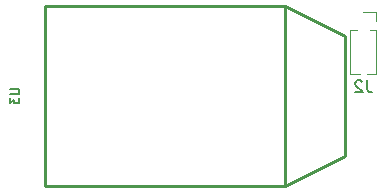
<source format=gbr>
%TF.GenerationSoftware,KiCad,Pcbnew,(6.0.0)*%
%TF.CreationDate,2022-01-09T12:52:57+00:00*%
%TF.ProjectId,DHT22,44485432-322e-46b6-9963-61645f706362,rev?*%
%TF.SameCoordinates,Original*%
%TF.FileFunction,Legend,Bot*%
%TF.FilePolarity,Positive*%
%FSLAX46Y46*%
G04 Gerber Fmt 4.6, Leading zero omitted, Abs format (unit mm)*
G04 Created by KiCad (PCBNEW (6.0.0)) date 2022-01-09 12:52:57*
%MOMM*%
%LPD*%
G01*
G04 APERTURE LIST*
%ADD10C,0.150000*%
%ADD11C,0.120000*%
%ADD12C,0.254000*%
G04 APERTURE END LIST*
D10*
%TO.C,J2*%
X132413333Y-91400380D02*
X132413333Y-92114666D01*
X132460952Y-92257523D01*
X132556190Y-92352761D01*
X132699047Y-92400380D01*
X132794285Y-92400380D01*
X131984761Y-91495619D02*
X131937142Y-91448000D01*
X131841904Y-91400380D01*
X131603809Y-91400380D01*
X131508571Y-91448000D01*
X131460952Y-91495619D01*
X131413333Y-91590857D01*
X131413333Y-91686095D01*
X131460952Y-91828952D01*
X132032380Y-92400380D01*
X131413333Y-92400380D01*
%TO.C,U3*%
X102184803Y-92110074D02*
X102822224Y-92110074D01*
X102897215Y-92147570D01*
X102934710Y-92185065D01*
X102972205Y-92260056D01*
X102972205Y-92410037D01*
X102934710Y-92485028D01*
X102897215Y-92522523D01*
X102822224Y-92560018D01*
X102184803Y-92560018D01*
X102184803Y-92859981D02*
X102184803Y-93347420D01*
X102484766Y-93084953D01*
X102484766Y-93197439D01*
X102522261Y-93272430D01*
X102559757Y-93309925D01*
X102634747Y-93347420D01*
X102822224Y-93347420D01*
X102897215Y-93309925D01*
X102934710Y-93272430D01*
X102972205Y-93197439D01*
X102972205Y-92972467D01*
X102934710Y-92897476D01*
X102897215Y-92859981D01*
D11*
%TO.C,J2*%
X131772470Y-90865000D02*
X130970000Y-90865000D01*
X133190000Y-87120000D02*
X132643471Y-87120000D01*
X133190000Y-87120000D02*
X133190000Y-90865000D01*
X133190000Y-90865000D02*
X132387530Y-90865000D01*
X133190000Y-85600000D02*
X132080000Y-85600000D01*
X130970000Y-87120000D02*
X130970000Y-90865000D01*
X131516529Y-87120000D02*
X130970000Y-87120000D01*
X133190000Y-86360000D02*
X133190000Y-85600000D01*
D12*
%TO.C,U3*%
X125476000Y-100330000D02*
X125476000Y-85090000D01*
X130556000Y-97790000D02*
X130556000Y-87630000D01*
X125476000Y-100330000D02*
X130556000Y-97790000D01*
X130556000Y-87630000D02*
X125476000Y-85090000D01*
X105156000Y-85090000D02*
X105156000Y-92710000D01*
X105156000Y-85090000D02*
X125476000Y-85090000D01*
X105156000Y-100330000D02*
X125476000Y-100330000D01*
X105156000Y-92710000D02*
X105156000Y-100330000D01*
%TD*%
M02*

</source>
